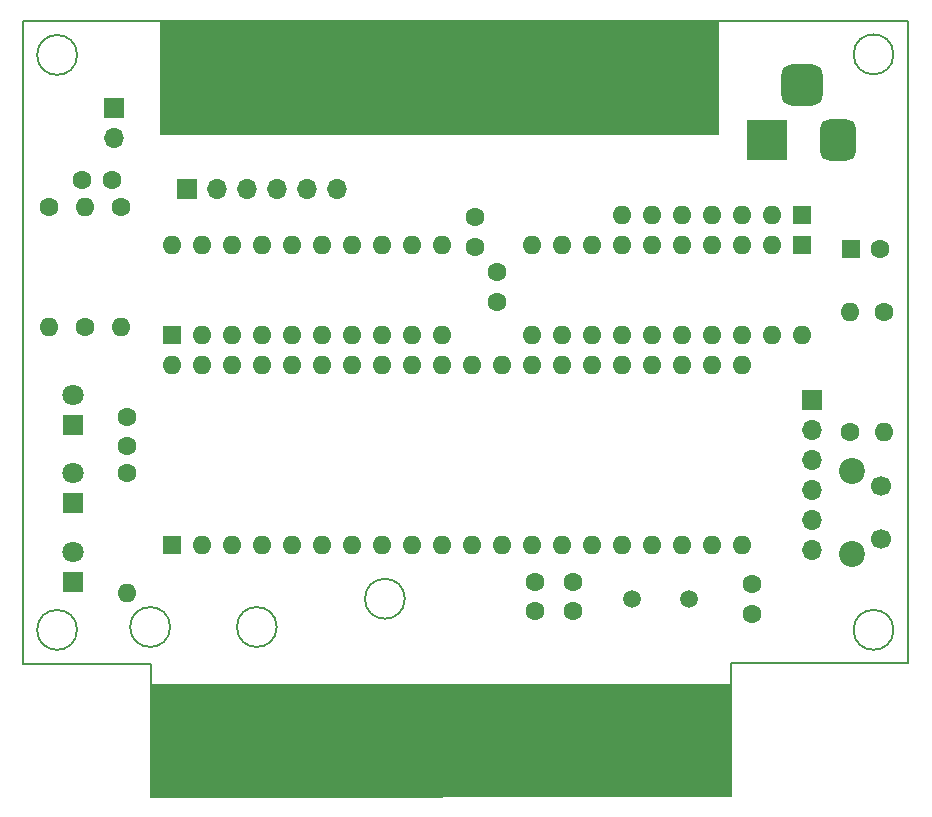
<source format=gbr>
G04 #@! TF.GenerationSoftware,KiCad,Pcbnew,7.0.10*
G04 #@! TF.CreationDate,2024-02-21T12:16:34-05:00*
G04 #@! TF.ProjectId,CBM-SD,43424d2d-5344-42e6-9b69-6361645f7063,rev?*
G04 #@! TF.SameCoordinates,Original*
G04 #@! TF.FileFunction,Soldermask,Bot*
G04 #@! TF.FilePolarity,Negative*
%FSLAX46Y46*%
G04 Gerber Fmt 4.6, Leading zero omitted, Abs format (unit mm)*
G04 Created by KiCad (PCBNEW 7.0.10) date 2024-02-21 12:16:34*
%MOMM*%
%LPD*%
G01*
G04 APERTURE LIST*
G04 Aperture macros list*
%AMRoundRect*
0 Rectangle with rounded corners*
0 $1 Rounding radius*
0 $2 $3 $4 $5 $6 $7 $8 $9 X,Y pos of 4 corners*
0 Add a 4 corners polygon primitive as box body*
4,1,4,$2,$3,$4,$5,$6,$7,$8,$9,$2,$3,0*
0 Add four circle primitives for the rounded corners*
1,1,$1+$1,$2,$3*
1,1,$1+$1,$4,$5*
1,1,$1+$1,$6,$7*
1,1,$1+$1,$8,$9*
0 Add four rect primitives between the rounded corners*
20,1,$1+$1,$2,$3,$4,$5,0*
20,1,$1+$1,$4,$5,$6,$7,0*
20,1,$1+$1,$6,$7,$8,$9,0*
20,1,$1+$1,$8,$9,$2,$3,0*%
G04 Aperture macros list end*
%ADD10C,0.100000*%
%ADD11C,1.600000*%
%ADD12O,1.600000X1.600000*%
%ADD13R,1.600000X1.600000*%
%ADD14C,1.500000*%
%ADD15R,1.800000X1.800000*%
%ADD16C,1.800000*%
%ADD17R,3.500000X3.500000*%
%ADD18RoundRect,0.750000X0.750000X1.000000X-0.750000X1.000000X-0.750000X-1.000000X0.750000X-1.000000X0*%
%ADD19RoundRect,0.875000X0.875000X0.875000X-0.875000X0.875000X-0.875000X-0.875000X0.875000X-0.875000X0*%
%ADD20R,1.700000X1.700000*%
%ADD21O,1.700000X1.700000*%
%ADD22O,2.410000X8.760000*%
%ADD23C,2.200000*%
%ADD24C,1.700000*%
G04 #@! TA.AperFunction,Profile*
%ADD25C,0.200660*%
G04 #@! TD*
G04 APERTURE END LIST*
D10*
X176072800Y-65849500D02*
X176072800Y-75374500D01*
X128828800Y-75323700D01*
X128828800Y-65798700D01*
X128892300Y-65798700D01*
X176072800Y-65849500D01*
G36*
X176072800Y-65849500D02*
G01*
X176072800Y-75374500D01*
X128828800Y-75323700D01*
X128828800Y-65798700D01*
X128892300Y-65798700D01*
X176072800Y-65849500D01*
G37*
X177114200Y-131432300D02*
X127965200Y-131495800D01*
X127965200Y-121970800D01*
X128028700Y-121970800D01*
X177114200Y-121907300D01*
X177114200Y-131432300D01*
G36*
X177114200Y-131432300D02*
G01*
X127965200Y-131495800D01*
X127965200Y-121970800D01*
X128028700Y-121970800D01*
X177114200Y-121907300D01*
X177114200Y-131432300D01*
G37*
D11*
X125996700Y-104076500D03*
D12*
X125996700Y-114236500D03*
D13*
X183134000Y-82232500D03*
D12*
X180594000Y-82232500D03*
X178054000Y-82232500D03*
X175514000Y-82232500D03*
X172974000Y-82232500D03*
X170434000Y-82232500D03*
X167894000Y-82232500D03*
D13*
X129794000Y-110172500D03*
D12*
X132334000Y-110172500D03*
X134874000Y-110172500D03*
X137414000Y-110172500D03*
X139954000Y-110172500D03*
X142494000Y-110172500D03*
X145034000Y-110172500D03*
X147574000Y-110172500D03*
X150114000Y-110172500D03*
X152654000Y-110172500D03*
X155194000Y-110172500D03*
X157734000Y-110172500D03*
X160274000Y-110172500D03*
X162814000Y-110172500D03*
X165354000Y-110172500D03*
X167894000Y-110172500D03*
X170434000Y-110172500D03*
X172974000Y-110172500D03*
X175514000Y-110172500D03*
X178054000Y-110172500D03*
X178054000Y-94932500D03*
X175514000Y-94932500D03*
X172974000Y-94932500D03*
X170434000Y-94932500D03*
X167894000Y-94932500D03*
X165354000Y-94932500D03*
X162814000Y-94932500D03*
X160274000Y-94932500D03*
X157734000Y-94932500D03*
X155194000Y-94932500D03*
X152654000Y-94932500D03*
X150114000Y-94932500D03*
X147574000Y-94932500D03*
X145034000Y-94932500D03*
X142494000Y-94932500D03*
X139954000Y-94932500D03*
X137414000Y-94932500D03*
X134874000Y-94932500D03*
X132334000Y-94932500D03*
X129794000Y-94932500D03*
D13*
X129794000Y-92392500D03*
D12*
X132334000Y-92392500D03*
X134874000Y-92392500D03*
X137414000Y-92392500D03*
X139954000Y-92392500D03*
X142494000Y-92392500D03*
X145034000Y-92392500D03*
X147574000Y-92392500D03*
X150114000Y-92392500D03*
X152654000Y-92392500D03*
X152654000Y-84772500D03*
X150114000Y-84772500D03*
X147574000Y-84772500D03*
X145034000Y-84772500D03*
X142494000Y-84772500D03*
X139954000Y-84772500D03*
X137414000Y-84772500D03*
X134874000Y-84772500D03*
X132334000Y-84772500D03*
X129794000Y-84772500D03*
D13*
X183134000Y-84772500D03*
D12*
X180594000Y-84772500D03*
X178054000Y-84772500D03*
X175514000Y-84772500D03*
X172974000Y-84772500D03*
X170434000Y-84772500D03*
X167894000Y-84772500D03*
X165354000Y-84772500D03*
X162814000Y-84772500D03*
X160274000Y-84772500D03*
X160274000Y-92392500D03*
X162814000Y-92392500D03*
X165354000Y-92392500D03*
X167894000Y-92392500D03*
X170434000Y-92392500D03*
X172974000Y-92392500D03*
X175514000Y-92392500D03*
X178054000Y-92392500D03*
X180594000Y-92392500D03*
X183134000Y-92392500D03*
D11*
X124694000Y-79248000D03*
X122194000Y-79248000D03*
X160500000Y-113275000D03*
X160500000Y-115775000D03*
X155475000Y-84925000D03*
X155475000Y-82425000D03*
X157300000Y-89550000D03*
X157300000Y-87050000D03*
X122428000Y-91694000D03*
D12*
X122428000Y-81534000D03*
D11*
X178875000Y-113500000D03*
X178875000Y-116000000D03*
D14*
X168725000Y-114775000D03*
X173605000Y-114775000D03*
D11*
X119380000Y-81534000D03*
D12*
X119380000Y-91694000D03*
D15*
X121450100Y-113322100D03*
D16*
X121450100Y-110782100D03*
D15*
X121450100Y-106616500D03*
D16*
X121450100Y-104076500D03*
D17*
X180182000Y-75887500D03*
D18*
X186182000Y-75887500D03*
D19*
X183182000Y-71187500D03*
D15*
X121462800Y-100037900D03*
D16*
X121462800Y-97497900D03*
D20*
X183997600Y-97891600D03*
D21*
X183997600Y-100431600D03*
X183997600Y-102971600D03*
X183997600Y-105511600D03*
X183997600Y-108051600D03*
X183997600Y-110591600D03*
D11*
X187198000Y-100584000D03*
D12*
X187198000Y-90424000D03*
D11*
X190093600Y-90424000D03*
D12*
X190093600Y-100584000D03*
D11*
X163725000Y-113275000D03*
X163725000Y-115775000D03*
X125476000Y-81534000D03*
D12*
X125476000Y-91694000D03*
D20*
X124891800Y-73126600D03*
D21*
X124891800Y-75666600D03*
D11*
X126009400Y-99290500D03*
X126009400Y-101790500D03*
D13*
X187285621Y-85090000D03*
D11*
X189785621Y-85090000D03*
D22*
X131052300Y-126923800D03*
D23*
X187350400Y-110896400D03*
X187350400Y-103896400D03*
D24*
X189850400Y-105146400D03*
X189850400Y-109646400D03*
D20*
X131064000Y-80010000D03*
D21*
X133604000Y-80010000D03*
X136144000Y-80010000D03*
X138684000Y-80010000D03*
X141224000Y-80010000D03*
X143764000Y-80010000D03*
D22*
X130860799Y-70408800D03*
D25*
X192151000Y-65786000D02*
X192151000Y-114109500D01*
X138669428Y-117106700D02*
G75*
G03*
X135294972Y-117106700I-1687228J0D01*
G01*
X135294972Y-117106700D02*
G75*
G03*
X138669428Y-117106700I1687228J0D01*
G01*
X192151000Y-114109500D02*
X192151000Y-120142000D01*
X129400300Y-131432300D02*
X135051800Y-131432300D01*
X177152300Y-130035300D02*
X177152300Y-120192800D01*
X138925300Y-131432300D02*
X162801300Y-131432300D01*
X166674800Y-131432300D02*
X175755300Y-131432300D01*
X165277800Y-130035300D02*
X165277800Y-122351800D01*
X136448800Y-122415300D02*
X136448800Y-130035300D01*
X137528300Y-130035300D02*
G75*
G03*
X138925300Y-131432300I1397000J0D01*
G01*
X165277800Y-122351800D02*
X164198300Y-122351800D01*
X135051800Y-131432300D02*
G75*
G03*
X136448800Y-130035300I0J1397000D01*
G01*
X136448800Y-122415300D02*
X137528300Y-122415300D01*
X164198300Y-122351800D02*
X164198300Y-130035300D01*
X175755300Y-131432300D02*
G75*
G03*
X177152300Y-130035300I0J1397000D01*
G01*
X162801300Y-131432300D02*
G75*
G03*
X164198300Y-130035300I0J1397000D01*
G01*
X137528300Y-130035300D02*
X137528300Y-122415300D01*
X165277800Y-130035300D02*
G75*
G03*
X166674800Y-131432300I1397000J0D01*
G01*
X128003300Y-130035300D02*
G75*
G03*
X129400300Y-131432300I1397000J0D01*
G01*
X177152300Y-120142000D02*
X177152300Y-120192800D01*
X117221000Y-120230900D02*
X117221000Y-65786000D01*
X192151000Y-65786000D02*
X117221000Y-65786000D01*
X192151000Y-120142000D02*
X181165500Y-120142000D01*
X121762228Y-68675000D02*
G75*
G03*
X118387772Y-68675000I-1687228J0D01*
G01*
X118387772Y-68675000D02*
G75*
G03*
X121762228Y-68675000I1687228J0D01*
G01*
X121762228Y-117348000D02*
G75*
G03*
X118387772Y-117348000I-1687228J0D01*
G01*
X118387772Y-117348000D02*
G75*
G03*
X121762228Y-117348000I1687228J0D01*
G01*
X128003300Y-120230900D02*
X117221000Y-120230900D01*
X129637228Y-117106700D02*
G75*
G03*
X126262772Y-117106700I-1687228J0D01*
G01*
X126262772Y-117106700D02*
G75*
G03*
X129637228Y-117106700I1687228J0D01*
G01*
X181165500Y-120142000D02*
X177152300Y-120142000D01*
X149515228Y-114717227D02*
G75*
G03*
X146140772Y-114717227I-1687228J0D01*
G01*
X146140772Y-114717227D02*
G75*
G03*
X149515228Y-114717227I1687228J0D01*
G01*
X128003300Y-130035300D02*
X128003300Y-120230900D01*
X190887228Y-68625000D02*
G75*
G03*
X187512772Y-68625000I-1687228J0D01*
G01*
X187512772Y-68625000D02*
G75*
G03*
X190887228Y-68625000I1687228J0D01*
G01*
X190887228Y-117348000D02*
G75*
G03*
X187512772Y-117348000I-1687228J0D01*
G01*
X187512772Y-117348000D02*
G75*
G03*
X190887228Y-117348000I1687228J0D01*
G01*
M02*

</source>
